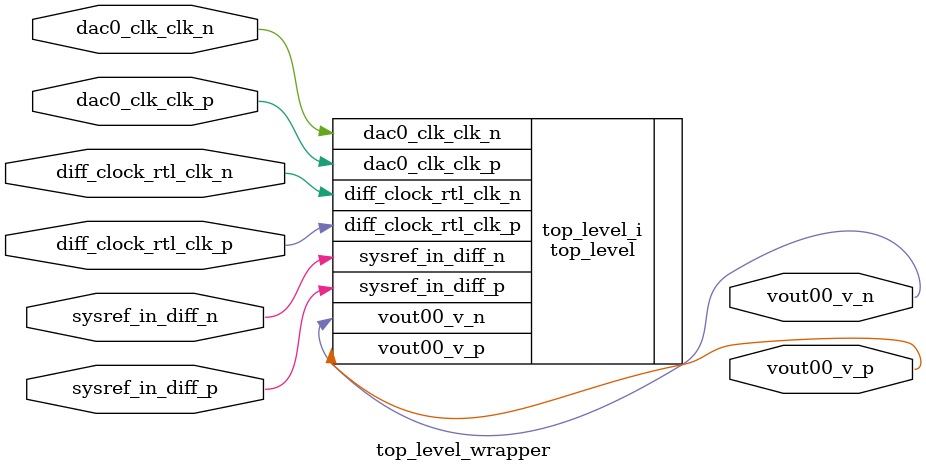
<source format=v>
`timescale 1 ps / 1 ps

module top_level_wrapper
   (dac0_clk_clk_n,
    dac0_clk_clk_p,
    diff_clock_rtl_clk_n,
    diff_clock_rtl_clk_p,
    sysref_in_diff_n,
    sysref_in_diff_p,
    vout00_v_n,
    vout00_v_p);
  input dac0_clk_clk_n;
  input dac0_clk_clk_p;
  input diff_clock_rtl_clk_n;
  input diff_clock_rtl_clk_p;
  input sysref_in_diff_n;
  input sysref_in_diff_p;
  output vout00_v_n;
  output vout00_v_p;

  wire dac0_clk_clk_n;
  wire dac0_clk_clk_p;
  wire diff_clock_rtl_clk_n;
  wire diff_clock_rtl_clk_p;
  wire sysref_in_diff_n;
  wire sysref_in_diff_p;
  wire vout00_v_n;
  wire vout00_v_p;

  top_level top_level_i
       (.dac0_clk_clk_n(dac0_clk_clk_n),
        .dac0_clk_clk_p(dac0_clk_clk_p),
        .diff_clock_rtl_clk_n(diff_clock_rtl_clk_n),
        .diff_clock_rtl_clk_p(diff_clock_rtl_clk_p),
        .sysref_in_diff_n(sysref_in_diff_n),
        .sysref_in_diff_p(sysref_in_diff_p),
        .vout00_v_n(vout00_v_n),
        .vout00_v_p(vout00_v_p));
endmodule

</source>
